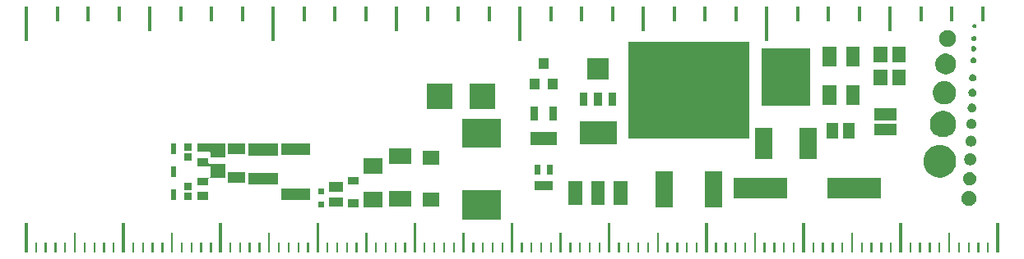
<source format=gbr>
%TF.GenerationSoftware,KiCad,Pcbnew,5.0.2+dfsg1-1*%
%TF.CreationDate,2019-09-16T18:41:00-07:00*%
%TF.ProjectId,Adafruit PCB Reference Ruler,41646166-7275-4697-9420-504342205265,rev?*%
%TF.SameCoordinates,Original*%
%TF.FileFunction,Soldermask,Top*%
%TF.FilePolarity,Negative*%
%FSLAX46Y46*%
G04 Gerber Fmt 4.6, Leading zero omitted, Abs format (unit mm)*
G04 Created by KiCad (PCBNEW 5.0.2+dfsg1-1) date Mon 16 Sep 2019 06:41:00 PM PDT*
%MOMM*%
%LPD*%
G01*
G04 APERTURE LIST*
%ADD10C,0.100000*%
G04 APERTURE END LIST*
D10*
G36*
X147512900Y-95829000D02*
X147812900Y-95829000D01*
X147812900Y-92329000D01*
X147512900Y-92329000D01*
X147512900Y-95829000D01*
G37*
G36*
X150687900Y-93829000D02*
X150987900Y-93829000D01*
X150987900Y-92329000D01*
X150687900Y-92329000D01*
X150687900Y-93829000D01*
G37*
G36*
X153862900Y-93829000D02*
X154162900Y-93829000D01*
X154162900Y-92329000D01*
X153862900Y-92329000D01*
X153862900Y-93829000D01*
G37*
G36*
X157037900Y-93829000D02*
X157337900Y-93829000D01*
X157337900Y-92329000D01*
X157037900Y-92329000D01*
X157037900Y-93829000D01*
G37*
G36*
X160212900Y-94829000D02*
X160512900Y-94829000D01*
X160512900Y-92329000D01*
X160212900Y-92329000D01*
X160212900Y-94829000D01*
G37*
G36*
X163387900Y-93829000D02*
X163687900Y-93829000D01*
X163687900Y-92329000D01*
X163387900Y-92329000D01*
X163387900Y-93829000D01*
G37*
G36*
X166562900Y-93829000D02*
X166862900Y-93829000D01*
X166862900Y-92329000D01*
X166562900Y-92329000D01*
X166562900Y-93829000D01*
G37*
G36*
X169737900Y-93829000D02*
X170037900Y-93829000D01*
X170037900Y-92329000D01*
X169737900Y-92329000D01*
X169737900Y-93829000D01*
G37*
G36*
X81293700Y-117703600D02*
X81593700Y-117703600D01*
X81593700Y-114703600D01*
X81293700Y-114703600D01*
X81293700Y-117703600D01*
G37*
G36*
X80343700Y-117703600D02*
X80543700Y-117703600D01*
X80543700Y-116703600D01*
X80343700Y-116703600D01*
X80343700Y-117703600D01*
G37*
G36*
X79343700Y-117703600D02*
X79543700Y-117703600D01*
X79543700Y-116703600D01*
X79343700Y-116703600D01*
X79343700Y-117703600D01*
G37*
G36*
X78343700Y-117703600D02*
X78543700Y-117703600D01*
X78543700Y-116703600D01*
X78343700Y-116703600D01*
X78343700Y-117703600D01*
G37*
G36*
X77343700Y-117703600D02*
X77543700Y-117703600D01*
X77543700Y-116703600D01*
X77343700Y-116703600D01*
X77343700Y-117703600D01*
G37*
G36*
X75343700Y-117703600D02*
X75543700Y-117703600D01*
X75543700Y-116703600D01*
X75343700Y-116703600D01*
X75343700Y-117703600D01*
G37*
G36*
X76343700Y-117703600D02*
X76543700Y-117703600D01*
X76543700Y-115703600D01*
X76343700Y-115703600D01*
X76343700Y-117703600D01*
G37*
G36*
X74343700Y-117703600D02*
X74543700Y-117703600D01*
X74543700Y-116703600D01*
X74343700Y-116703600D01*
X74343700Y-117703600D01*
G37*
G36*
X73343700Y-117703600D02*
X73543700Y-117703600D01*
X73543700Y-116703600D01*
X73343700Y-116703600D01*
X73343700Y-117703600D01*
G37*
G36*
X72343700Y-117703600D02*
X72543700Y-117703600D01*
X72543700Y-116703600D01*
X72343700Y-116703600D01*
X72343700Y-117703600D01*
G37*
G36*
X71293700Y-117703600D02*
X71593700Y-117703600D01*
X71593700Y-114703600D01*
X71293700Y-114703600D01*
X71293700Y-117703600D01*
G37*
G36*
X91293700Y-117703600D02*
X91593700Y-117703600D01*
X91593700Y-114703600D01*
X91293700Y-114703600D01*
X91293700Y-117703600D01*
G37*
G36*
X90343700Y-117703600D02*
X90543700Y-117703600D01*
X90543700Y-116703600D01*
X90343700Y-116703600D01*
X90343700Y-117703600D01*
G37*
G36*
X89343700Y-117703600D02*
X89543700Y-117703600D01*
X89543700Y-116703600D01*
X89343700Y-116703600D01*
X89343700Y-117703600D01*
G37*
G36*
X88343700Y-117703600D02*
X88543700Y-117703600D01*
X88543700Y-116703600D01*
X88343700Y-116703600D01*
X88343700Y-117703600D01*
G37*
G36*
X87343700Y-117703600D02*
X87543700Y-117703600D01*
X87543700Y-116703600D01*
X87343700Y-116703600D01*
X87343700Y-117703600D01*
G37*
G36*
X85343700Y-117703600D02*
X85543700Y-117703600D01*
X85543700Y-116703600D01*
X85343700Y-116703600D01*
X85343700Y-117703600D01*
G37*
G36*
X86343700Y-117703600D02*
X86543700Y-117703600D01*
X86543700Y-115703600D01*
X86343700Y-115703600D01*
X86343700Y-117703600D01*
G37*
G36*
X84343700Y-117703600D02*
X84543700Y-117703600D01*
X84543700Y-116703600D01*
X84343700Y-116703600D01*
X84343700Y-117703600D01*
G37*
G36*
X83343700Y-117703600D02*
X83543700Y-117703600D01*
X83543700Y-116703600D01*
X83343700Y-116703600D01*
X83343700Y-117703600D01*
G37*
G36*
X82343700Y-117703600D02*
X82543700Y-117703600D01*
X82543700Y-116703600D01*
X82343700Y-116703600D01*
X82343700Y-117703600D01*
G37*
G36*
X81293700Y-117703600D02*
X81593700Y-117703600D01*
X81593700Y-114703600D01*
X81293700Y-114703600D01*
X81293700Y-117703600D01*
G37*
G36*
X101293700Y-117703600D02*
X101593700Y-117703600D01*
X101593700Y-114703600D01*
X101293700Y-114703600D01*
X101293700Y-117703600D01*
G37*
G36*
X100343700Y-117703600D02*
X100543700Y-117703600D01*
X100543700Y-116703600D01*
X100343700Y-116703600D01*
X100343700Y-117703600D01*
G37*
G36*
X99343700Y-117703600D02*
X99543700Y-117703600D01*
X99543700Y-116703600D01*
X99343700Y-116703600D01*
X99343700Y-117703600D01*
G37*
G36*
X98343700Y-117703600D02*
X98543700Y-117703600D01*
X98543700Y-116703600D01*
X98343700Y-116703600D01*
X98343700Y-117703600D01*
G37*
G36*
X97343700Y-117703600D02*
X97543700Y-117703600D01*
X97543700Y-116703600D01*
X97343700Y-116703600D01*
X97343700Y-117703600D01*
G37*
G36*
X95343700Y-117703600D02*
X95543700Y-117703600D01*
X95543700Y-116703600D01*
X95343700Y-116703600D01*
X95343700Y-117703600D01*
G37*
G36*
X96343700Y-117703600D02*
X96543700Y-117703600D01*
X96543700Y-115703600D01*
X96343700Y-115703600D01*
X96343700Y-117703600D01*
G37*
G36*
X94343700Y-117703600D02*
X94543700Y-117703600D01*
X94543700Y-116703600D01*
X94343700Y-116703600D01*
X94343700Y-117703600D01*
G37*
G36*
X93343700Y-117703600D02*
X93543700Y-117703600D01*
X93543700Y-116703600D01*
X93343700Y-116703600D01*
X93343700Y-117703600D01*
G37*
G36*
X92343700Y-117703600D02*
X92543700Y-117703600D01*
X92543700Y-116703600D01*
X92343700Y-116703600D01*
X92343700Y-117703600D01*
G37*
G36*
X91293700Y-117703600D02*
X91593700Y-117703600D01*
X91593700Y-114703600D01*
X91293700Y-114703600D01*
X91293700Y-117703600D01*
G37*
G36*
X111293700Y-117703600D02*
X111593700Y-117703600D01*
X111593700Y-114703600D01*
X111293700Y-114703600D01*
X111293700Y-117703600D01*
G37*
G36*
X110343700Y-117703600D02*
X110543700Y-117703600D01*
X110543700Y-116703600D01*
X110343700Y-116703600D01*
X110343700Y-117703600D01*
G37*
G36*
X109343700Y-117703600D02*
X109543700Y-117703600D01*
X109543700Y-116703600D01*
X109343700Y-116703600D01*
X109343700Y-117703600D01*
G37*
G36*
X108343700Y-117703600D02*
X108543700Y-117703600D01*
X108543700Y-116703600D01*
X108343700Y-116703600D01*
X108343700Y-117703600D01*
G37*
G36*
X107343700Y-117703600D02*
X107543700Y-117703600D01*
X107543700Y-116703600D01*
X107343700Y-116703600D01*
X107343700Y-117703600D01*
G37*
G36*
X105343700Y-117703600D02*
X105543700Y-117703600D01*
X105543700Y-116703600D01*
X105343700Y-116703600D01*
X105343700Y-117703600D01*
G37*
G36*
X106343700Y-117703600D02*
X106543700Y-117703600D01*
X106543700Y-115703600D01*
X106343700Y-115703600D01*
X106343700Y-117703600D01*
G37*
G36*
X104343700Y-117703600D02*
X104543700Y-117703600D01*
X104543700Y-116703600D01*
X104343700Y-116703600D01*
X104343700Y-117703600D01*
G37*
G36*
X103343700Y-117703600D02*
X103543700Y-117703600D01*
X103543700Y-116703600D01*
X103343700Y-116703600D01*
X103343700Y-117703600D01*
G37*
G36*
X102343700Y-117703600D02*
X102543700Y-117703600D01*
X102543700Y-116703600D01*
X102343700Y-116703600D01*
X102343700Y-117703600D01*
G37*
G36*
X101293700Y-117703600D02*
X101593700Y-117703600D01*
X101593700Y-114703600D01*
X101293700Y-114703600D01*
X101293700Y-117703600D01*
G37*
G36*
X121293700Y-117703600D02*
X121593700Y-117703600D01*
X121593700Y-114703600D01*
X121293700Y-114703600D01*
X121293700Y-117703600D01*
G37*
G36*
X120343700Y-117703600D02*
X120543700Y-117703600D01*
X120543700Y-116703600D01*
X120343700Y-116703600D01*
X120343700Y-117703600D01*
G37*
G36*
X119343700Y-117703600D02*
X119543700Y-117703600D01*
X119543700Y-116703600D01*
X119343700Y-116703600D01*
X119343700Y-117703600D01*
G37*
G36*
X118343700Y-117703600D02*
X118543700Y-117703600D01*
X118543700Y-116703600D01*
X118343700Y-116703600D01*
X118343700Y-117703600D01*
G37*
G36*
X117343700Y-117703600D02*
X117543700Y-117703600D01*
X117543700Y-116703600D01*
X117343700Y-116703600D01*
X117343700Y-117703600D01*
G37*
G36*
X115343700Y-117703600D02*
X115543700Y-117703600D01*
X115543700Y-116703600D01*
X115343700Y-116703600D01*
X115343700Y-117703600D01*
G37*
G36*
X116343700Y-117703600D02*
X116543700Y-117703600D01*
X116543700Y-115703600D01*
X116343700Y-115703600D01*
X116343700Y-117703600D01*
G37*
G36*
X114343700Y-117703600D02*
X114543700Y-117703600D01*
X114543700Y-116703600D01*
X114343700Y-116703600D01*
X114343700Y-117703600D01*
G37*
G36*
X113343700Y-117703600D02*
X113543700Y-117703600D01*
X113543700Y-116703600D01*
X113343700Y-116703600D01*
X113343700Y-117703600D01*
G37*
G36*
X112343700Y-117703600D02*
X112543700Y-117703600D01*
X112543700Y-116703600D01*
X112343700Y-116703600D01*
X112343700Y-117703600D01*
G37*
G36*
X111293700Y-117703600D02*
X111593700Y-117703600D01*
X111593700Y-114703600D01*
X111293700Y-114703600D01*
X111293700Y-117703600D01*
G37*
G36*
X131293700Y-117703600D02*
X131593700Y-117703600D01*
X131593700Y-114703600D01*
X131293700Y-114703600D01*
X131293700Y-117703600D01*
G37*
G36*
X130343700Y-117703600D02*
X130543700Y-117703600D01*
X130543700Y-116703600D01*
X130343700Y-116703600D01*
X130343700Y-117703600D01*
G37*
G36*
X129343700Y-117703600D02*
X129543700Y-117703600D01*
X129543700Y-116703600D01*
X129343700Y-116703600D01*
X129343700Y-117703600D01*
G37*
G36*
X128343700Y-117703600D02*
X128543700Y-117703600D01*
X128543700Y-116703600D01*
X128343700Y-116703600D01*
X128343700Y-117703600D01*
G37*
G36*
X127343700Y-117703600D02*
X127543700Y-117703600D01*
X127543700Y-116703600D01*
X127343700Y-116703600D01*
X127343700Y-117703600D01*
G37*
G36*
X125343700Y-117703600D02*
X125543700Y-117703600D01*
X125543700Y-116703600D01*
X125343700Y-116703600D01*
X125343700Y-117703600D01*
G37*
G36*
X126343700Y-117703600D02*
X126543700Y-117703600D01*
X126543700Y-115703600D01*
X126343700Y-115703600D01*
X126343700Y-117703600D01*
G37*
G36*
X124343700Y-117703600D02*
X124543700Y-117703600D01*
X124543700Y-116703600D01*
X124343700Y-116703600D01*
X124343700Y-117703600D01*
G37*
G36*
X123343700Y-117703600D02*
X123543700Y-117703600D01*
X123543700Y-116703600D01*
X123343700Y-116703600D01*
X123343700Y-117703600D01*
G37*
G36*
X122343700Y-117703600D02*
X122543700Y-117703600D01*
X122543700Y-116703600D01*
X122343700Y-116703600D01*
X122343700Y-117703600D01*
G37*
G36*
X121293700Y-117703600D02*
X121593700Y-117703600D01*
X121593700Y-114703600D01*
X121293700Y-114703600D01*
X121293700Y-117703600D01*
G37*
G36*
X141293700Y-117703600D02*
X141593700Y-117703600D01*
X141593700Y-114703600D01*
X141293700Y-114703600D01*
X141293700Y-117703600D01*
G37*
G36*
X140343700Y-117703600D02*
X140543700Y-117703600D01*
X140543700Y-116703600D01*
X140343700Y-116703600D01*
X140343700Y-117703600D01*
G37*
G36*
X139343700Y-117703600D02*
X139543700Y-117703600D01*
X139543700Y-116703600D01*
X139343700Y-116703600D01*
X139343700Y-117703600D01*
G37*
G36*
X138343700Y-117703600D02*
X138543700Y-117703600D01*
X138543700Y-116703600D01*
X138343700Y-116703600D01*
X138343700Y-117703600D01*
G37*
G36*
X137343700Y-117703600D02*
X137543700Y-117703600D01*
X137543700Y-116703600D01*
X137343700Y-116703600D01*
X137343700Y-117703600D01*
G37*
G36*
X135343700Y-117703600D02*
X135543700Y-117703600D01*
X135543700Y-116703600D01*
X135343700Y-116703600D01*
X135343700Y-117703600D01*
G37*
G36*
X136343700Y-117703600D02*
X136543700Y-117703600D01*
X136543700Y-115703600D01*
X136343700Y-115703600D01*
X136343700Y-117703600D01*
G37*
G36*
X134343700Y-117703600D02*
X134543700Y-117703600D01*
X134543700Y-116703600D01*
X134343700Y-116703600D01*
X134343700Y-117703600D01*
G37*
G36*
X133343700Y-117703600D02*
X133543700Y-117703600D01*
X133543700Y-116703600D01*
X133343700Y-116703600D01*
X133343700Y-117703600D01*
G37*
G36*
X132343700Y-117703600D02*
X132543700Y-117703600D01*
X132543700Y-116703600D01*
X132343700Y-116703600D01*
X132343700Y-117703600D01*
G37*
G36*
X131293700Y-117703600D02*
X131593700Y-117703600D01*
X131593700Y-114703600D01*
X131293700Y-114703600D01*
X131293700Y-117703600D01*
G37*
G36*
X151293700Y-117703600D02*
X151593700Y-117703600D01*
X151593700Y-114703600D01*
X151293700Y-114703600D01*
X151293700Y-117703600D01*
G37*
G36*
X150343700Y-117703600D02*
X150543700Y-117703600D01*
X150543700Y-116703600D01*
X150343700Y-116703600D01*
X150343700Y-117703600D01*
G37*
G36*
X149343700Y-117703600D02*
X149543700Y-117703600D01*
X149543700Y-116703600D01*
X149343700Y-116703600D01*
X149343700Y-117703600D01*
G37*
G36*
X148343700Y-117703600D02*
X148543700Y-117703600D01*
X148543700Y-116703600D01*
X148343700Y-116703600D01*
X148343700Y-117703600D01*
G37*
G36*
X147343700Y-117703600D02*
X147543700Y-117703600D01*
X147543700Y-116703600D01*
X147343700Y-116703600D01*
X147343700Y-117703600D01*
G37*
G36*
X145343700Y-117703600D02*
X145543700Y-117703600D01*
X145543700Y-116703600D01*
X145343700Y-116703600D01*
X145343700Y-117703600D01*
G37*
G36*
X146343700Y-117703600D02*
X146543700Y-117703600D01*
X146543700Y-115703600D01*
X146343700Y-115703600D01*
X146343700Y-117703600D01*
G37*
G36*
X144343700Y-117703600D02*
X144543700Y-117703600D01*
X144543700Y-116703600D01*
X144343700Y-116703600D01*
X144343700Y-117703600D01*
G37*
G36*
X143343700Y-117703600D02*
X143543700Y-117703600D01*
X143543700Y-116703600D01*
X143343700Y-116703600D01*
X143343700Y-117703600D01*
G37*
G36*
X142343700Y-117703600D02*
X142543700Y-117703600D01*
X142543700Y-116703600D01*
X142343700Y-116703600D01*
X142343700Y-117703600D01*
G37*
G36*
X141293700Y-117703600D02*
X141593700Y-117703600D01*
X141593700Y-114703600D01*
X141293700Y-114703600D01*
X141293700Y-117703600D01*
G37*
G36*
X161293700Y-117703600D02*
X161593700Y-117703600D01*
X161593700Y-114703600D01*
X161293700Y-114703600D01*
X161293700Y-117703600D01*
G37*
G36*
X160343700Y-117703600D02*
X160543700Y-117703600D01*
X160543700Y-116703600D01*
X160343700Y-116703600D01*
X160343700Y-117703600D01*
G37*
G36*
X159343700Y-117703600D02*
X159543700Y-117703600D01*
X159543700Y-116703600D01*
X159343700Y-116703600D01*
X159343700Y-117703600D01*
G37*
G36*
X158343700Y-117703600D02*
X158543700Y-117703600D01*
X158543700Y-116703600D01*
X158343700Y-116703600D01*
X158343700Y-117703600D01*
G37*
G36*
X157343700Y-117703600D02*
X157543700Y-117703600D01*
X157543700Y-116703600D01*
X157343700Y-116703600D01*
X157343700Y-117703600D01*
G37*
G36*
X155343700Y-117703600D02*
X155543700Y-117703600D01*
X155543700Y-116703600D01*
X155343700Y-116703600D01*
X155343700Y-117703600D01*
G37*
G36*
X156343700Y-117703600D02*
X156543700Y-117703600D01*
X156543700Y-115703600D01*
X156343700Y-115703600D01*
X156343700Y-117703600D01*
G37*
G36*
X154343700Y-117703600D02*
X154543700Y-117703600D01*
X154543700Y-116703600D01*
X154343700Y-116703600D01*
X154343700Y-117703600D01*
G37*
G36*
X153343700Y-117703600D02*
X153543700Y-117703600D01*
X153543700Y-116703600D01*
X153343700Y-116703600D01*
X153343700Y-117703600D01*
G37*
G36*
X152343700Y-117703600D02*
X152543700Y-117703600D01*
X152543700Y-116703600D01*
X152343700Y-116703600D01*
X152343700Y-117703600D01*
G37*
G36*
X151293700Y-117703600D02*
X151593700Y-117703600D01*
X151593700Y-114703600D01*
X151293700Y-114703600D01*
X151293700Y-117703600D01*
G37*
G36*
X171293700Y-117703600D02*
X171593700Y-117703600D01*
X171593700Y-114703600D01*
X171293700Y-114703600D01*
X171293700Y-117703600D01*
G37*
G36*
X170343700Y-117703600D02*
X170543700Y-117703600D01*
X170543700Y-116703600D01*
X170343700Y-116703600D01*
X170343700Y-117703600D01*
G37*
G36*
X169343700Y-117703600D02*
X169543700Y-117703600D01*
X169543700Y-116703600D01*
X169343700Y-116703600D01*
X169343700Y-117703600D01*
G37*
G36*
X168343700Y-117703600D02*
X168543700Y-117703600D01*
X168543700Y-116703600D01*
X168343700Y-116703600D01*
X168343700Y-117703600D01*
G37*
G36*
X167343700Y-117703600D02*
X167543700Y-117703600D01*
X167543700Y-116703600D01*
X167343700Y-116703600D01*
X167343700Y-117703600D01*
G37*
G36*
X165343700Y-117703600D02*
X165543700Y-117703600D01*
X165543700Y-116703600D01*
X165343700Y-116703600D01*
X165343700Y-117703600D01*
G37*
G36*
X166343700Y-117703600D02*
X166543700Y-117703600D01*
X166543700Y-115703600D01*
X166343700Y-115703600D01*
X166343700Y-117703600D01*
G37*
G36*
X164343700Y-117703600D02*
X164543700Y-117703600D01*
X164543700Y-116703600D01*
X164343700Y-116703600D01*
X164343700Y-117703600D01*
G37*
G36*
X163343700Y-117703600D02*
X163543700Y-117703600D01*
X163543700Y-116703600D01*
X163343700Y-116703600D01*
X163343700Y-117703600D01*
G37*
G36*
X162343700Y-117703600D02*
X162543700Y-117703600D01*
X162543700Y-116703600D01*
X162343700Y-116703600D01*
X162343700Y-117703600D01*
G37*
G36*
X161293700Y-117703600D02*
X161593700Y-117703600D01*
X161593700Y-114703600D01*
X161293700Y-114703600D01*
X161293700Y-117703600D01*
G37*
G36*
X96712900Y-95829000D02*
X97012900Y-95829000D01*
X97012900Y-92329000D01*
X96712900Y-92329000D01*
X96712900Y-95829000D01*
G37*
G36*
X93537900Y-93829000D02*
X93837900Y-93829000D01*
X93837900Y-92329000D01*
X93537900Y-92329000D01*
X93537900Y-93829000D01*
G37*
G36*
X90362900Y-93829000D02*
X90662900Y-93829000D01*
X90662900Y-92329000D01*
X90362900Y-92329000D01*
X90362900Y-93829000D01*
G37*
G36*
X87187900Y-93829000D02*
X87487900Y-93829000D01*
X87487900Y-92329000D01*
X87187900Y-92329000D01*
X87187900Y-93829000D01*
G37*
G36*
X84012900Y-94829000D02*
X84312900Y-94829000D01*
X84312900Y-92329000D01*
X84012900Y-92329000D01*
X84012900Y-94829000D01*
G37*
G36*
X80837900Y-93829000D02*
X81137900Y-93829000D01*
X81137900Y-92329000D01*
X80837900Y-92329000D01*
X80837900Y-93829000D01*
G37*
G36*
X77662900Y-93829000D02*
X77962900Y-93829000D01*
X77962900Y-92329000D01*
X77662900Y-92329000D01*
X77662900Y-93829000D01*
G37*
G36*
X74487900Y-93829000D02*
X74787900Y-93829000D01*
X74787900Y-92329000D01*
X74487900Y-92329000D01*
X74487900Y-93829000D01*
G37*
G36*
X71312900Y-95829000D02*
X71612900Y-95829000D01*
X71612900Y-92329000D01*
X71312900Y-92329000D01*
X71312900Y-95829000D01*
G37*
G36*
X122112900Y-95829000D02*
X122412900Y-95829000D01*
X122412900Y-92329000D01*
X122112900Y-92329000D01*
X122112900Y-95829000D01*
G37*
G36*
X118937900Y-93829000D02*
X119237900Y-93829000D01*
X119237900Y-92329000D01*
X118937900Y-92329000D01*
X118937900Y-93829000D01*
G37*
G36*
X115762900Y-93829000D02*
X116062900Y-93829000D01*
X116062900Y-92329000D01*
X115762900Y-92329000D01*
X115762900Y-93829000D01*
G37*
G36*
X112587900Y-93829000D02*
X112887900Y-93829000D01*
X112887900Y-92329000D01*
X112587900Y-92329000D01*
X112587900Y-93829000D01*
G37*
G36*
X109412900Y-94829000D02*
X109712900Y-94829000D01*
X109712900Y-92329000D01*
X109412900Y-92329000D01*
X109412900Y-94829000D01*
G37*
G36*
X106237900Y-93829000D02*
X106537900Y-93829000D01*
X106537900Y-92329000D01*
X106237900Y-92329000D01*
X106237900Y-93829000D01*
G37*
G36*
X103062900Y-93829000D02*
X103362900Y-93829000D01*
X103362900Y-92329000D01*
X103062900Y-92329000D01*
X103062900Y-93829000D01*
G37*
G36*
X99887900Y-93829000D02*
X100187900Y-93829000D01*
X100187900Y-92329000D01*
X99887900Y-92329000D01*
X99887900Y-93829000D01*
G37*
G36*
X96712900Y-95829000D02*
X97012900Y-95829000D01*
X97012900Y-92329000D01*
X96712900Y-92329000D01*
X96712900Y-95829000D01*
G37*
G36*
X147512900Y-95829000D02*
X147812900Y-95829000D01*
X147812900Y-92329000D01*
X147512900Y-92329000D01*
X147512900Y-95829000D01*
G37*
G36*
X144337900Y-93829000D02*
X144637900Y-93829000D01*
X144637900Y-92329000D01*
X144337900Y-92329000D01*
X144337900Y-93829000D01*
G37*
G36*
X141162900Y-93829000D02*
X141462900Y-93829000D01*
X141462900Y-92329000D01*
X141162900Y-92329000D01*
X141162900Y-93829000D01*
G37*
G36*
X137987900Y-93829000D02*
X138287900Y-93829000D01*
X138287900Y-92329000D01*
X137987900Y-92329000D01*
X137987900Y-93829000D01*
G37*
G36*
X134812900Y-94829000D02*
X135112900Y-94829000D01*
X135112900Y-92329000D01*
X134812900Y-92329000D01*
X134812900Y-94829000D01*
G37*
G36*
X131637900Y-93829000D02*
X131937900Y-93829000D01*
X131937900Y-92329000D01*
X131637900Y-92329000D01*
X131637900Y-93829000D01*
G37*
G36*
X128462900Y-93829000D02*
X128762900Y-93829000D01*
X128762900Y-92329000D01*
X128462900Y-92329000D01*
X128462900Y-93829000D01*
G37*
G36*
X125287900Y-93829000D02*
X125587900Y-93829000D01*
X125587900Y-92329000D01*
X125287900Y-92329000D01*
X125287900Y-93829000D01*
G37*
G36*
X122112900Y-95829000D02*
X122412900Y-95829000D01*
X122412900Y-92329000D01*
X122112900Y-92329000D01*
X122112900Y-95829000D01*
G37*
G36*
X120302100Y-114294600D02*
X116298900Y-114294600D01*
X116298900Y-111291400D01*
X120302100Y-111291400D01*
X120302100Y-114294600D01*
X120302100Y-114294600D01*
G37*
G36*
X143098941Y-113064965D02*
X141295741Y-113064965D01*
X141295741Y-109361765D01*
X143098941Y-109361765D01*
X143098941Y-113064965D01*
X143098941Y-113064965D01*
G37*
G36*
X138018941Y-113064965D02*
X136215741Y-113064965D01*
X136215741Y-109361765D01*
X138018941Y-109361765D01*
X138018941Y-113064965D01*
X138018941Y-113064965D01*
G37*
G36*
X105609100Y-113021800D02*
X104575900Y-113021800D01*
X104575900Y-112188600D01*
X105609100Y-112188600D01*
X105609100Y-113021800D01*
X105609100Y-113021800D01*
G37*
G36*
X108126100Y-113017000D02*
X106122900Y-113017000D01*
X106122900Y-111413800D01*
X108126100Y-111413800D01*
X108126100Y-113017000D01*
X108126100Y-113017000D01*
G37*
G36*
X102067100Y-113016400D02*
X101513900Y-113016400D01*
X101513900Y-112463200D01*
X102067100Y-112463200D01*
X102067100Y-113016400D01*
X102067100Y-113016400D01*
G37*
G36*
X104016100Y-113010800D02*
X102612900Y-113010800D01*
X102612900Y-112007600D01*
X104016100Y-112007600D01*
X104016100Y-113010800D01*
X104016100Y-113010800D01*
G37*
G36*
X113955500Y-112995600D02*
X112282300Y-112995600D01*
X112282300Y-111522400D01*
X113955500Y-111522400D01*
X113955500Y-112995600D01*
X113955500Y-112995600D01*
G37*
G36*
X111070100Y-112983600D02*
X108766900Y-112983600D01*
X108766900Y-111380400D01*
X111070100Y-111380400D01*
X111070100Y-112983600D01*
X111070100Y-112983600D01*
G37*
G36*
X168690749Y-111369420D02*
X168690752Y-111369421D01*
X168690751Y-111369421D01*
X168831974Y-111427917D01*
X168957356Y-111511695D01*
X168959074Y-111512843D01*
X169067157Y-111620926D01*
X169067159Y-111620929D01*
X169152083Y-111748026D01*
X169197327Y-111857257D01*
X169210580Y-111889251D01*
X169240400Y-112039169D01*
X169240400Y-112192031D01*
X169210580Y-112341949D01*
X169210579Y-112341951D01*
X169152083Y-112483174D01*
X169152082Y-112483175D01*
X169067157Y-112610274D01*
X168959074Y-112718357D01*
X168959071Y-112718359D01*
X168831974Y-112803283D01*
X168722743Y-112848527D01*
X168690749Y-112861780D01*
X168540831Y-112891600D01*
X168387969Y-112891600D01*
X168238051Y-112861780D01*
X168206057Y-112848527D01*
X168096826Y-112803283D01*
X167969729Y-112718359D01*
X167969726Y-112718357D01*
X167861643Y-112610274D01*
X167776718Y-112483175D01*
X167776717Y-112483174D01*
X167718221Y-112341951D01*
X167718220Y-112341949D01*
X167688400Y-112192031D01*
X167688400Y-112039169D01*
X167718220Y-111889251D01*
X167731473Y-111857257D01*
X167776717Y-111748026D01*
X167861641Y-111620929D01*
X167861643Y-111620926D01*
X167969726Y-111512843D01*
X167971444Y-111511695D01*
X168096826Y-111427917D01*
X168238049Y-111369421D01*
X168238048Y-111369421D01*
X168238051Y-111369420D01*
X168387969Y-111339600D01*
X168540831Y-111339600D01*
X168690749Y-111369420D01*
X168690749Y-111369420D01*
G37*
G36*
X128689100Y-112776000D02*
X127266700Y-112776000D01*
X127266700Y-110337600D01*
X128689100Y-110337600D01*
X128689100Y-112776000D01*
X128689100Y-112776000D01*
G37*
G36*
X131000500Y-112776000D02*
X129578100Y-112776000D01*
X129578100Y-110337600D01*
X131000500Y-110337600D01*
X131000500Y-112776000D01*
X131000500Y-112776000D01*
G37*
G36*
X133311900Y-112776000D02*
X131889500Y-112776000D01*
X131889500Y-110337600D01*
X133311900Y-110337600D01*
X133311900Y-112776000D01*
X133311900Y-112776000D01*
G37*
G36*
X90175500Y-112276600D02*
X89072300Y-112276600D01*
X89072300Y-111473400D01*
X90175500Y-111473400D01*
X90175500Y-112276600D01*
X90175500Y-112276600D01*
G37*
G36*
X100650500Y-112274000D02*
X97647300Y-112274000D01*
X97647300Y-111070800D01*
X100650500Y-111070800D01*
X100650500Y-112274000D01*
X100650500Y-112274000D01*
G37*
G36*
X86827500Y-112260800D02*
X86324300Y-112260800D01*
X86324300Y-111157600D01*
X86827500Y-111157600D01*
X86827500Y-112260800D01*
X86827500Y-112260800D01*
G37*
G36*
X88501500Y-112256000D02*
X87698300Y-112256000D01*
X87698300Y-111552800D01*
X88501500Y-111552800D01*
X88501500Y-112256000D01*
X88501500Y-112256000D01*
G37*
G36*
X149783800Y-112141000D02*
X144246600Y-112141000D01*
X144246600Y-110007400D01*
X149783800Y-110007400D01*
X149783800Y-112141000D01*
X149783800Y-112141000D01*
G37*
G36*
X159435800Y-112141000D02*
X153898600Y-112141000D01*
X153898600Y-110007400D01*
X159435800Y-110007400D01*
X159435800Y-112141000D01*
X159435800Y-112141000D01*
G37*
G36*
X102067100Y-111666400D02*
X101513900Y-111666400D01*
X101513900Y-111113200D01*
X102067100Y-111113200D01*
X102067100Y-111666400D01*
X102067100Y-111666400D01*
G37*
G36*
X104016100Y-111410800D02*
X102612900Y-111410800D01*
X102612900Y-110407600D01*
X104016100Y-110407600D01*
X104016100Y-111410800D01*
X104016100Y-111410800D01*
G37*
G36*
X125652900Y-111283600D02*
X123749700Y-111283600D01*
X123749700Y-110330400D01*
X125652900Y-110330400D01*
X125652900Y-111283600D01*
X125652900Y-111283600D01*
G37*
G36*
X88501500Y-111256000D02*
X87698300Y-111256000D01*
X87698300Y-110552800D01*
X88501500Y-110552800D01*
X88501500Y-111256000D01*
X88501500Y-111256000D01*
G37*
G36*
X168747416Y-109424847D02*
X168874080Y-109477312D01*
X168988074Y-109553481D01*
X169085019Y-109650426D01*
X169161188Y-109764420D01*
X169213653Y-109891084D01*
X169240400Y-110025550D01*
X169240400Y-110162650D01*
X169213653Y-110297116D01*
X169161188Y-110423780D01*
X169085019Y-110537774D01*
X168988074Y-110634719D01*
X168874080Y-110710888D01*
X168747416Y-110763353D01*
X168612950Y-110790100D01*
X168475850Y-110790100D01*
X168341384Y-110763353D01*
X168214720Y-110710888D01*
X168100726Y-110634719D01*
X168003781Y-110537774D01*
X167927612Y-110423780D01*
X167875147Y-110297116D01*
X167848400Y-110162650D01*
X167848400Y-110025550D01*
X167875147Y-109891084D01*
X167927612Y-109764420D01*
X168003781Y-109650426D01*
X168100726Y-109553481D01*
X168214720Y-109477312D01*
X168341384Y-109424847D01*
X168475850Y-109398100D01*
X168612950Y-109398100D01*
X168747416Y-109424847D01*
X168747416Y-109424847D01*
G37*
G36*
X90175500Y-108006000D02*
X90175500Y-108452800D01*
X90177902Y-108477186D01*
X90185015Y-108500635D01*
X90196566Y-108522246D01*
X90212112Y-108541188D01*
X90231054Y-108556734D01*
X90252665Y-108568285D01*
X90276114Y-108575398D01*
X90300500Y-108577800D01*
X91899500Y-108577800D01*
X91899500Y-109981000D01*
X90300500Y-109981000D01*
X90276114Y-109983402D01*
X90252665Y-109990515D01*
X90231054Y-110002066D01*
X90212112Y-110017612D01*
X90196566Y-110036554D01*
X90185015Y-110058165D01*
X90177902Y-110081614D01*
X90175500Y-110106000D01*
X90175500Y-110776600D01*
X89072300Y-110776600D01*
X89072300Y-109973400D01*
X90271300Y-109973400D01*
X90295686Y-109970998D01*
X90319135Y-109963885D01*
X90340746Y-109952334D01*
X90359688Y-109936788D01*
X90375234Y-109917846D01*
X90386785Y-109896235D01*
X90393898Y-109872786D01*
X90396300Y-109848400D01*
X90396300Y-108921800D01*
X90393898Y-108897414D01*
X90386785Y-108873965D01*
X90375234Y-108852354D01*
X90359688Y-108833412D01*
X90340746Y-108817866D01*
X90319135Y-108806315D01*
X90295686Y-108799202D01*
X90271300Y-108796800D01*
X89072300Y-108796800D01*
X89072300Y-107993600D01*
X90176721Y-107993600D01*
X90175500Y-108006000D01*
X90175500Y-108006000D01*
G37*
G36*
X105609100Y-110721800D02*
X104575900Y-110721800D01*
X104575900Y-109888600D01*
X105609100Y-109888600D01*
X105609100Y-110721800D01*
X105609100Y-110721800D01*
G37*
G36*
X97323100Y-110686600D02*
X94319900Y-110686600D01*
X94319900Y-109483400D01*
X97323100Y-109483400D01*
X97323100Y-110686600D01*
X97323100Y-110686600D01*
G37*
G36*
X94005300Y-110485000D02*
X92202100Y-110485000D01*
X92202100Y-109381800D01*
X94005300Y-109381800D01*
X94005300Y-110485000D01*
X94005300Y-110485000D01*
G37*
G36*
X165766150Y-106649700D02*
X165964730Y-106689200D01*
X166270652Y-106815917D01*
X166545975Y-106999882D01*
X166780118Y-107234025D01*
X166964083Y-107509348D01*
X167090800Y-107815270D01*
X167105964Y-107891503D01*
X167155400Y-108140035D01*
X167155400Y-108471165D01*
X167123100Y-108633547D01*
X167090800Y-108795930D01*
X166964083Y-109101852D01*
X166780118Y-109377175D01*
X166545975Y-109611318D01*
X166270652Y-109795283D01*
X165964730Y-109922000D01*
X165812231Y-109952334D01*
X165639965Y-109986600D01*
X165308835Y-109986600D01*
X165136569Y-109952334D01*
X164984070Y-109922000D01*
X164678148Y-109795283D01*
X164402825Y-109611318D01*
X164168682Y-109377175D01*
X163984717Y-109101852D01*
X163858000Y-108795930D01*
X163825700Y-108633547D01*
X163793400Y-108471165D01*
X163793400Y-108140035D01*
X163842836Y-107891503D01*
X163858000Y-107815270D01*
X163984717Y-107509348D01*
X164168682Y-107234025D01*
X164402825Y-106999882D01*
X164678148Y-106815917D01*
X164984070Y-106689200D01*
X165182650Y-106649700D01*
X165308835Y-106624600D01*
X165639965Y-106624600D01*
X165766150Y-106649700D01*
X165766150Y-106649700D01*
G37*
G36*
X86827500Y-109924000D02*
X86324300Y-109924000D01*
X86324300Y-108820800D01*
X86827500Y-108820800D01*
X86827500Y-109924000D01*
X86827500Y-109924000D01*
G37*
G36*
X124352900Y-109633600D02*
X123749700Y-109633600D01*
X123749700Y-108680400D01*
X124352900Y-108680400D01*
X124352900Y-109633600D01*
X124352900Y-109633600D01*
G37*
G36*
X125652900Y-109633600D02*
X125049700Y-109633600D01*
X125049700Y-108680400D01*
X125652900Y-108680400D01*
X125652900Y-109633600D01*
X125652900Y-109633600D01*
G37*
G36*
X108126100Y-109617000D02*
X106122900Y-109617000D01*
X106122900Y-108013800D01*
X108126100Y-108013800D01*
X108126100Y-109617000D01*
X108126100Y-109617000D01*
G37*
G36*
X168796996Y-107472156D02*
X168910923Y-107519346D01*
X169013455Y-107587856D01*
X169100644Y-107675045D01*
X169169154Y-107777577D01*
X169216344Y-107891504D01*
X169240400Y-108012443D01*
X169240400Y-108135757D01*
X169216344Y-108256696D01*
X169169154Y-108370623D01*
X169100644Y-108473155D01*
X169013455Y-108560344D01*
X168910923Y-108628854D01*
X168796996Y-108676044D01*
X168676057Y-108700100D01*
X168552743Y-108700100D01*
X168431804Y-108676044D01*
X168317877Y-108628854D01*
X168215345Y-108560344D01*
X168128156Y-108473155D01*
X168059646Y-108370623D01*
X168012456Y-108256696D01*
X167988400Y-108135757D01*
X167988400Y-108012443D01*
X168012456Y-107891504D01*
X168059646Y-107777577D01*
X168128156Y-107675045D01*
X168215345Y-107587856D01*
X168317877Y-107519346D01*
X168431804Y-107472156D01*
X168552743Y-107448100D01*
X168676057Y-107448100D01*
X168796996Y-107472156D01*
X168796996Y-107472156D01*
G37*
G36*
X113955500Y-108695600D02*
X112282300Y-108695600D01*
X112282300Y-107222400D01*
X113955500Y-107222400D01*
X113955500Y-108695600D01*
X113955500Y-108695600D01*
G37*
G36*
X111070100Y-108583600D02*
X108766900Y-108583600D01*
X108766900Y-106980400D01*
X111070100Y-106980400D01*
X111070100Y-108583600D01*
X111070100Y-108583600D01*
G37*
G36*
X88501500Y-108192000D02*
X87698300Y-108192000D01*
X87698300Y-107488800D01*
X88501500Y-107488800D01*
X88501500Y-108192000D01*
X88501500Y-108192000D01*
G37*
G36*
X152795741Y-108071965D02*
X150992541Y-108071965D01*
X150992541Y-104868765D01*
X152795741Y-104868765D01*
X152795741Y-108071965D01*
X152795741Y-108071965D01*
G37*
G36*
X148235741Y-108071965D02*
X146432541Y-108071965D01*
X146432541Y-104868765D01*
X148235741Y-104868765D01*
X148235741Y-108071965D01*
X148235741Y-108071965D01*
G37*
G36*
X91899500Y-107881000D02*
X90395079Y-107881000D01*
X90396300Y-107868600D01*
X90396300Y-107421800D01*
X90393898Y-107397414D01*
X90386785Y-107373965D01*
X90375234Y-107352354D01*
X90359688Y-107333412D01*
X90340746Y-107317866D01*
X90319135Y-107306315D01*
X90295686Y-107299202D01*
X90271300Y-107296800D01*
X89072300Y-107296800D01*
X89072300Y-106493600D01*
X90271300Y-106493600D01*
X90295686Y-106491198D01*
X90319135Y-106484085D01*
X90330894Y-106477800D01*
X91899500Y-106477800D01*
X91899500Y-107881000D01*
X91899500Y-107881000D01*
G37*
G36*
X97323100Y-107686600D02*
X94319900Y-107686600D01*
X94319900Y-106483400D01*
X97323100Y-106483400D01*
X97323100Y-107686600D01*
X97323100Y-107686600D01*
G37*
G36*
X100650500Y-107674000D02*
X97647300Y-107674000D01*
X97647300Y-106470800D01*
X100650500Y-106470800D01*
X100650500Y-107674000D01*
X100650500Y-107674000D01*
G37*
G36*
X86827500Y-107587200D02*
X86324300Y-107587200D01*
X86324300Y-106484000D01*
X86827500Y-106484000D01*
X86827500Y-107587200D01*
X86827500Y-107587200D01*
G37*
G36*
X94005300Y-107585000D02*
X92202100Y-107585000D01*
X92202100Y-106481800D01*
X94005300Y-106481800D01*
X94005300Y-107585000D01*
X94005300Y-107585000D01*
G37*
G36*
X88501500Y-107192000D02*
X87698300Y-107192000D01*
X87698300Y-106488800D01*
X88501500Y-106488800D01*
X88501500Y-107192000D01*
X88501500Y-107192000D01*
G37*
G36*
X120302100Y-106894600D02*
X116298900Y-106894600D01*
X116298900Y-103891400D01*
X120302100Y-103891400D01*
X120302100Y-106894600D01*
X120302100Y-106894600D01*
G37*
G36*
X168843038Y-105649659D02*
X168945132Y-105691948D01*
X169037019Y-105753345D01*
X169115155Y-105831481D01*
X169176552Y-105923368D01*
X169218841Y-106025462D01*
X169240400Y-106133846D01*
X169240400Y-106244354D01*
X169218841Y-106352738D01*
X169176552Y-106454832D01*
X169115155Y-106546719D01*
X169037019Y-106624855D01*
X168945132Y-106686252D01*
X168843038Y-106728541D01*
X168734654Y-106750100D01*
X168624146Y-106750100D01*
X168515762Y-106728541D01*
X168413668Y-106686252D01*
X168321781Y-106624855D01*
X168243645Y-106546719D01*
X168182248Y-106454832D01*
X168139959Y-106352738D01*
X168118400Y-106244354D01*
X168118400Y-106133846D01*
X168139959Y-106025462D01*
X168182248Y-105923368D01*
X168243645Y-105831481D01*
X168321781Y-105753345D01*
X168413668Y-105691948D01*
X168515762Y-105649659D01*
X168624146Y-105628100D01*
X168734654Y-105628100D01*
X168843038Y-105649659D01*
X168843038Y-105649659D01*
G37*
G36*
X126027900Y-106649700D02*
X123374700Y-106649700D01*
X123374700Y-105246500D01*
X126027900Y-105246500D01*
X126027900Y-106649700D01*
X126027900Y-106649700D01*
G37*
G36*
X132190900Y-106560600D02*
X128387700Y-106560600D01*
X128387700Y-104157400D01*
X132190900Y-104157400D01*
X132190900Y-106560600D01*
X132190900Y-106560600D01*
G37*
G36*
X155008200Y-105957600D02*
X153805000Y-105957600D01*
X153805000Y-104354400D01*
X155008200Y-104354400D01*
X155008200Y-105957600D01*
X155008200Y-105957600D01*
G37*
G36*
X156708200Y-105957600D02*
X155505000Y-105957600D01*
X155505000Y-104354400D01*
X156708200Y-104354400D01*
X156708200Y-105957600D01*
X156708200Y-105957600D01*
G37*
G36*
X145858941Y-105914965D02*
X133455741Y-105914965D01*
X133455741Y-95961765D01*
X145858941Y-95961765D01*
X145858941Y-105914965D01*
X145858941Y-105914965D01*
G37*
G36*
X166202014Y-103158325D02*
X166446969Y-103259789D01*
X166667428Y-103407095D01*
X166854905Y-103594572D01*
X167002211Y-103815031D01*
X167103675Y-104059986D01*
X167155400Y-104320029D01*
X167155400Y-104585171D01*
X167103675Y-104845214D01*
X167002211Y-105090169D01*
X166854905Y-105310628D01*
X166667428Y-105498105D01*
X166446969Y-105645411D01*
X166202014Y-105746875D01*
X165941971Y-105798600D01*
X165676829Y-105798600D01*
X165416786Y-105746875D01*
X165171831Y-105645411D01*
X164951372Y-105498105D01*
X164763895Y-105310628D01*
X164616589Y-105090169D01*
X164515125Y-104845214D01*
X164463400Y-104585171D01*
X164463400Y-104320029D01*
X164515125Y-104059986D01*
X164616589Y-103815031D01*
X164763895Y-103594572D01*
X164951372Y-103407095D01*
X165171831Y-103259789D01*
X165416786Y-103158325D01*
X165676829Y-103106600D01*
X165941971Y-103106600D01*
X166202014Y-103158325D01*
X166202014Y-103158325D01*
G37*
G36*
X161044600Y-105637800D02*
X158741400Y-105637800D01*
X158741400Y-104384600D01*
X161044600Y-104384600D01*
X161044600Y-105637800D01*
X161044600Y-105637800D01*
G37*
G36*
X168881284Y-103935583D02*
X168973555Y-103973803D01*
X169056597Y-104029290D01*
X169127210Y-104099903D01*
X169182697Y-104182945D01*
X169220917Y-104275216D01*
X169240400Y-104373163D01*
X169240400Y-104473037D01*
X169220917Y-104570984D01*
X169182697Y-104663255D01*
X169127210Y-104746297D01*
X169056597Y-104816910D01*
X168973555Y-104872397D01*
X168881284Y-104910617D01*
X168783337Y-104930100D01*
X168683463Y-104930100D01*
X168585516Y-104910617D01*
X168493245Y-104872397D01*
X168410203Y-104816910D01*
X168339590Y-104746297D01*
X168284103Y-104663255D01*
X168245883Y-104570984D01*
X168226400Y-104473037D01*
X168226400Y-104373163D01*
X168245883Y-104275216D01*
X168284103Y-104182945D01*
X168339590Y-104099903D01*
X168410203Y-104029290D01*
X168493245Y-103973803D01*
X168585516Y-103935583D01*
X168683463Y-103916100D01*
X168783337Y-103916100D01*
X168881284Y-103935583D01*
X168881284Y-103935583D01*
G37*
G36*
X126027900Y-104049500D02*
X125274700Y-104049500D01*
X125274700Y-102646300D01*
X126027900Y-102646300D01*
X126027900Y-104049500D01*
X126027900Y-104049500D01*
G37*
G36*
X124127900Y-104049500D02*
X123374700Y-104049500D01*
X123374700Y-102646300D01*
X124127900Y-102646300D01*
X124127900Y-104049500D01*
X124127900Y-104049500D01*
G37*
G36*
X161044600Y-104047800D02*
X158741400Y-104047800D01*
X158741400Y-102794600D01*
X161044600Y-102794600D01*
X161044600Y-104047800D01*
X161044600Y-104047800D01*
G37*
G36*
X168916702Y-102321662D02*
X168999871Y-102356112D01*
X169073723Y-102405459D01*
X169074723Y-102406127D01*
X169138373Y-102469777D01*
X169188389Y-102544631D01*
X169222838Y-102627799D01*
X169240400Y-102716088D01*
X169240400Y-102806112D01*
X169222838Y-102894401D01*
X169188389Y-102977569D01*
X169138373Y-103052423D01*
X169074723Y-103116073D01*
X169074720Y-103116075D01*
X168999871Y-103166088D01*
X168916702Y-103200538D01*
X168828412Y-103218100D01*
X168738388Y-103218100D01*
X168650098Y-103200538D01*
X168566929Y-103166088D01*
X168492080Y-103116075D01*
X168492077Y-103116073D01*
X168428427Y-103052423D01*
X168378411Y-102977569D01*
X168343962Y-102894401D01*
X168326400Y-102806112D01*
X168326400Y-102716088D01*
X168343962Y-102627799D01*
X168378411Y-102544631D01*
X168428427Y-102469777D01*
X168492077Y-102406127D01*
X168493077Y-102405459D01*
X168566929Y-102356112D01*
X168650098Y-102321662D01*
X168738388Y-102304100D01*
X168828412Y-102304100D01*
X168916702Y-102321662D01*
X168916702Y-102321662D01*
G37*
G36*
X119706600Y-102863500D02*
X117103400Y-102863500D01*
X117103400Y-100260300D01*
X119706600Y-100260300D01*
X119706600Y-102863500D01*
X119706600Y-102863500D01*
G37*
G36*
X115306600Y-102863500D02*
X112703400Y-102863500D01*
X112703400Y-100260300D01*
X115306600Y-100260300D01*
X115306600Y-102863500D01*
X115306600Y-102863500D01*
G37*
G36*
X130680900Y-102577600D02*
X129897700Y-102577600D01*
X129897700Y-101174400D01*
X130680900Y-101174400D01*
X130680900Y-102577600D01*
X130680900Y-102577600D01*
G37*
G36*
X129180900Y-102577600D02*
X128397700Y-102577600D01*
X128397700Y-101174400D01*
X129180900Y-101174400D01*
X129180900Y-102577600D01*
X129180900Y-102577600D01*
G37*
G36*
X132180900Y-102577600D02*
X131397700Y-102577600D01*
X131397700Y-101174400D01*
X132180900Y-101174400D01*
X132180900Y-102577600D01*
X132180900Y-102577600D01*
G37*
G36*
X152128741Y-102531465D02*
X147099541Y-102531465D01*
X147099541Y-96613265D01*
X152128741Y-96613265D01*
X152128741Y-102531465D01*
X152128741Y-102531465D01*
G37*
G36*
X154835300Y-102468000D02*
X153432100Y-102468000D01*
X153432100Y-100464800D01*
X154835300Y-100464800D01*
X154835300Y-102468000D01*
X154835300Y-102468000D01*
G37*
G36*
X157235300Y-102468000D02*
X155832100Y-102468000D01*
X155832100Y-100464800D01*
X157235300Y-100464800D01*
X157235300Y-102468000D01*
X157235300Y-102468000D01*
G37*
G36*
X166304716Y-100052753D02*
X166304718Y-100052754D01*
X166304719Y-100052754D01*
X166385456Y-100086197D01*
X166523288Y-100143288D01*
X166621976Y-100209229D01*
X166719993Y-100274722D01*
X166887278Y-100442007D01*
X166952771Y-100540024D01*
X167018712Y-100638712D01*
X167109247Y-100857284D01*
X167155400Y-101089310D01*
X167155400Y-101325890D01*
X167109247Y-101557916D01*
X167018712Y-101776488D01*
X166952771Y-101875176D01*
X166887278Y-101973193D01*
X166719993Y-102140478D01*
X166621976Y-102205971D01*
X166523288Y-102271912D01*
X166403180Y-102321662D01*
X166304719Y-102362446D01*
X166304718Y-102362446D01*
X166304716Y-102362447D01*
X166072690Y-102408600D01*
X165836110Y-102408600D01*
X165604084Y-102362447D01*
X165604082Y-102362446D01*
X165604081Y-102362446D01*
X165505620Y-102321662D01*
X165385512Y-102271912D01*
X165286824Y-102205971D01*
X165188807Y-102140478D01*
X165021522Y-101973193D01*
X164956029Y-101875176D01*
X164890088Y-101776488D01*
X164799553Y-101557916D01*
X164753400Y-101325890D01*
X164753400Y-101089310D01*
X164799553Y-100857284D01*
X164890088Y-100638712D01*
X164956029Y-100540024D01*
X165021522Y-100442007D01*
X165188807Y-100274722D01*
X165286824Y-100209229D01*
X165385512Y-100143288D01*
X165523344Y-100086197D01*
X165604081Y-100052754D01*
X165604082Y-100052754D01*
X165604084Y-100052753D01*
X165836110Y-100006600D01*
X166072690Y-100006600D01*
X166304716Y-100052753D01*
X166304716Y-100052753D01*
G37*
G36*
X168948224Y-100796952D02*
X169023291Y-100828046D01*
X169090854Y-100873190D01*
X169148310Y-100930646D01*
X169193454Y-100998209D01*
X169224548Y-101073276D01*
X169240400Y-101152971D01*
X169240400Y-101234229D01*
X169224548Y-101313924D01*
X169193454Y-101388991D01*
X169148310Y-101456554D01*
X169090854Y-101514010D01*
X169023291Y-101559154D01*
X168948224Y-101590248D01*
X168868529Y-101606100D01*
X168787271Y-101606100D01*
X168707576Y-101590248D01*
X168632509Y-101559154D01*
X168564946Y-101514010D01*
X168507490Y-101456554D01*
X168462346Y-101388991D01*
X168431252Y-101313924D01*
X168415400Y-101234229D01*
X168415400Y-101152971D01*
X168431252Y-101073276D01*
X168462346Y-100998209D01*
X168507490Y-100930646D01*
X168564946Y-100873190D01*
X168632509Y-100828046D01*
X168707576Y-100796952D01*
X168787271Y-100781100D01*
X168868529Y-100781100D01*
X168948224Y-100796952D01*
X168948224Y-100796952D01*
G37*
G36*
X126152900Y-100865600D02*
X125149700Y-100865600D01*
X125149700Y-99762400D01*
X126152900Y-99762400D01*
X126152900Y-100865600D01*
X126152900Y-100865600D01*
G37*
G36*
X124252900Y-100865600D02*
X123249700Y-100865600D01*
X123249700Y-99762400D01*
X124252900Y-99762400D01*
X124252900Y-100865600D01*
X124252900Y-100865600D01*
G37*
G36*
X160089100Y-100477400D02*
X158685900Y-100477400D01*
X158685900Y-98874200D01*
X160089100Y-98874200D01*
X160089100Y-100477400D01*
X160089100Y-100477400D01*
G37*
G36*
X161989100Y-100477400D02*
X160585900Y-100477400D01*
X160585900Y-98874200D01*
X161989100Y-98874200D01*
X161989100Y-100477400D01*
X161989100Y-100477400D01*
G37*
G36*
X168976197Y-99310932D02*
X169044083Y-99339052D01*
X169105177Y-99379874D01*
X169157126Y-99431823D01*
X169197948Y-99492917D01*
X169226068Y-99560803D01*
X169240400Y-99632860D01*
X169240400Y-99706340D01*
X169226068Y-99778397D01*
X169197948Y-99846283D01*
X169157126Y-99907377D01*
X169105177Y-99959326D01*
X169044083Y-100000148D01*
X168976197Y-100028268D01*
X168904140Y-100042600D01*
X168830660Y-100042600D01*
X168758603Y-100028268D01*
X168690717Y-100000148D01*
X168629623Y-99959326D01*
X168577674Y-99907377D01*
X168536852Y-99846283D01*
X168508732Y-99778397D01*
X168494400Y-99706340D01*
X168494400Y-99632860D01*
X168508732Y-99560803D01*
X168536852Y-99492917D01*
X168577674Y-99431823D01*
X168629623Y-99379874D01*
X168690717Y-99339052D01*
X168758603Y-99310932D01*
X168830660Y-99296600D01*
X168904140Y-99296600D01*
X168976197Y-99310932D01*
X168976197Y-99310932D01*
G37*
G36*
X131390900Y-99877600D02*
X129187700Y-99877600D01*
X129187700Y-97674400D01*
X131390900Y-97674400D01*
X131390900Y-99877600D01*
X131390900Y-99877600D01*
G37*
G36*
X166237347Y-97166937D02*
X166393258Y-97197950D01*
X166589077Y-97279061D01*
X166589078Y-97279062D01*
X166765313Y-97396818D01*
X166915182Y-97546687D01*
X166915184Y-97546690D01*
X167032939Y-97722923D01*
X167114050Y-97918742D01*
X167155400Y-98126623D01*
X167155400Y-98338577D01*
X167114050Y-98546458D01*
X167032939Y-98742277D01*
X167032938Y-98742278D01*
X166915182Y-98918513D01*
X166765313Y-99068382D01*
X166765310Y-99068384D01*
X166589077Y-99186139D01*
X166393258Y-99267250D01*
X166245705Y-99296600D01*
X166185378Y-99308600D01*
X165973422Y-99308600D01*
X165913095Y-99296600D01*
X165765542Y-99267250D01*
X165569723Y-99186139D01*
X165393490Y-99068384D01*
X165393487Y-99068382D01*
X165243618Y-98918513D01*
X165125862Y-98742278D01*
X165125861Y-98742277D01*
X165044750Y-98546458D01*
X165003400Y-98338577D01*
X165003400Y-98126623D01*
X165044750Y-97918742D01*
X165125861Y-97722923D01*
X165243616Y-97546690D01*
X165243618Y-97546687D01*
X165393487Y-97396818D01*
X165569722Y-97279062D01*
X165569723Y-97279061D01*
X165765542Y-97197950D01*
X165921453Y-97166937D01*
X165973422Y-97156600D01*
X166185378Y-97156600D01*
X166237347Y-97166937D01*
X166237347Y-97166937D01*
G37*
G36*
X125202900Y-98765600D02*
X124199700Y-98765600D01*
X124199700Y-97662400D01*
X125202900Y-97662400D01*
X125202900Y-98765600D01*
X125202900Y-98765600D01*
G37*
G36*
X157235300Y-98468000D02*
X155832100Y-98468000D01*
X155832100Y-96464800D01*
X157235300Y-96464800D01*
X157235300Y-98468000D01*
X157235300Y-98468000D01*
G37*
G36*
X154835300Y-98468000D02*
X153432100Y-98468000D01*
X153432100Y-96464800D01*
X154835300Y-96464800D01*
X154835300Y-98468000D01*
X154835300Y-98468000D01*
G37*
G36*
X169023300Y-97596878D02*
X169023302Y-97596879D01*
X169023303Y-97596879D01*
X169079082Y-97619983D01*
X169079083Y-97619984D01*
X169129285Y-97653528D01*
X169171972Y-97696215D01*
X169171974Y-97696218D01*
X169205517Y-97746418D01*
X169228621Y-97802197D01*
X169240400Y-97861412D01*
X169240400Y-97921788D01*
X169228621Y-97981003D01*
X169205517Y-98036782D01*
X169205516Y-98036783D01*
X169171972Y-98086985D01*
X169129285Y-98129672D01*
X169129282Y-98129674D01*
X169079082Y-98163217D01*
X169023303Y-98186321D01*
X169023302Y-98186321D01*
X169023300Y-98186322D01*
X168964089Y-98198100D01*
X168903711Y-98198100D01*
X168844500Y-98186322D01*
X168844498Y-98186321D01*
X168844497Y-98186321D01*
X168788718Y-98163217D01*
X168738518Y-98129674D01*
X168738515Y-98129672D01*
X168695828Y-98086985D01*
X168662284Y-98036783D01*
X168662283Y-98036782D01*
X168639179Y-97981003D01*
X168627400Y-97921788D01*
X168627400Y-97861412D01*
X168639179Y-97802197D01*
X168662283Y-97746418D01*
X168695826Y-97696218D01*
X168695828Y-97696215D01*
X168738515Y-97653528D01*
X168788717Y-97619984D01*
X168788718Y-97619983D01*
X168844497Y-97596879D01*
X168844498Y-97596879D01*
X168844500Y-97596878D01*
X168903711Y-97585100D01*
X168964089Y-97585100D01*
X169023300Y-97596878D01*
X169023300Y-97596878D01*
G37*
G36*
X160089100Y-98077400D02*
X158685900Y-98077400D01*
X158685900Y-96474200D01*
X160089100Y-96474200D01*
X160089100Y-98077400D01*
X160089100Y-98077400D01*
G37*
G36*
X161989100Y-98077400D02*
X160585900Y-98077400D01*
X160585900Y-96474200D01*
X161989100Y-96474200D01*
X161989100Y-98077400D01*
X161989100Y-98077400D01*
G37*
G36*
X169043136Y-96397802D02*
X169093819Y-96418796D01*
X169139434Y-96449275D01*
X169178225Y-96488066D01*
X169208704Y-96533681D01*
X169229698Y-96584364D01*
X169240400Y-96638170D01*
X169240400Y-96693030D01*
X169229698Y-96746836D01*
X169208704Y-96797519D01*
X169178225Y-96843134D01*
X169139434Y-96881925D01*
X169093819Y-96912404D01*
X169043136Y-96933398D01*
X168989330Y-96944100D01*
X168934470Y-96944100D01*
X168880664Y-96933398D01*
X168829981Y-96912404D01*
X168784366Y-96881925D01*
X168745575Y-96843134D01*
X168715096Y-96797519D01*
X168694102Y-96746836D01*
X168683400Y-96693030D01*
X168683400Y-96638170D01*
X168694102Y-96584364D01*
X168715096Y-96533681D01*
X168745575Y-96488066D01*
X168784366Y-96449275D01*
X168829981Y-96418796D01*
X168880664Y-96397802D01*
X168934470Y-96387100D01*
X168989330Y-96387100D01*
X169043136Y-96397802D01*
X169043136Y-96397802D01*
G37*
G36*
X166542003Y-94772880D02*
X166699605Y-94838160D01*
X166841446Y-94932936D01*
X166962064Y-95053554D01*
X167056840Y-95195395D01*
X167122120Y-95352997D01*
X167155400Y-95520306D01*
X167155400Y-95690894D01*
X167122120Y-95858203D01*
X167056840Y-96015805D01*
X166962064Y-96157646D01*
X166841446Y-96278264D01*
X166699605Y-96373040D01*
X166542003Y-96438320D01*
X166374694Y-96471600D01*
X166204106Y-96471600D01*
X166036797Y-96438320D01*
X165879195Y-96373040D01*
X165737354Y-96278264D01*
X165616736Y-96157646D01*
X165521960Y-96015805D01*
X165456680Y-95858203D01*
X165423400Y-95690894D01*
X165423400Y-95520306D01*
X165456680Y-95352997D01*
X165521960Y-95195395D01*
X165616736Y-95053554D01*
X165737354Y-94932936D01*
X165879195Y-94838160D01*
X166036797Y-94772880D01*
X166204106Y-94739600D01*
X166374694Y-94739600D01*
X166542003Y-94772880D01*
X166542003Y-94772880D01*
G37*
G36*
X169060843Y-95361841D02*
X169106977Y-95380951D01*
X169148497Y-95408693D01*
X169183807Y-95444003D01*
X169211549Y-95485523D01*
X169230659Y-95531657D01*
X169240400Y-95580632D01*
X169240400Y-95630568D01*
X169230659Y-95679543D01*
X169211549Y-95725677D01*
X169183807Y-95767197D01*
X169148497Y-95802507D01*
X169106977Y-95830249D01*
X169060843Y-95849359D01*
X169011868Y-95859100D01*
X168961932Y-95859100D01*
X168912957Y-95849359D01*
X168866823Y-95830249D01*
X168825303Y-95802507D01*
X168789993Y-95767197D01*
X168762251Y-95725677D01*
X168743141Y-95679543D01*
X168733400Y-95630568D01*
X168733400Y-95580632D01*
X168743141Y-95531657D01*
X168762251Y-95485523D01*
X168789993Y-95444003D01*
X168825303Y-95408693D01*
X168866823Y-95380951D01*
X168912957Y-95361841D01*
X168961932Y-95352100D01*
X169011868Y-95352100D01*
X169060843Y-95361841D01*
X169060843Y-95361841D01*
G37*
G36*
X169090592Y-94132228D02*
X169129083Y-94148171D01*
X169163723Y-94171317D01*
X169193183Y-94200777D01*
X169216329Y-94235417D01*
X169232272Y-94273908D01*
X169240400Y-94314769D01*
X169240400Y-94356431D01*
X169232272Y-94397292D01*
X169216329Y-94435783D01*
X169193183Y-94470423D01*
X169163723Y-94499883D01*
X169129083Y-94523029D01*
X169090592Y-94538972D01*
X169049731Y-94547100D01*
X169008069Y-94547100D01*
X168967208Y-94538972D01*
X168928717Y-94523029D01*
X168894077Y-94499883D01*
X168864617Y-94470423D01*
X168841471Y-94435783D01*
X168825528Y-94397292D01*
X168817400Y-94356431D01*
X168817400Y-94314769D01*
X168825528Y-94273908D01*
X168841471Y-94235417D01*
X168864617Y-94200777D01*
X168894077Y-94171317D01*
X168928717Y-94148171D01*
X168967208Y-94132228D01*
X169008069Y-94124100D01*
X169049731Y-94124100D01*
X169090592Y-94132228D01*
X169090592Y-94132228D01*
G37*
M02*

</source>
